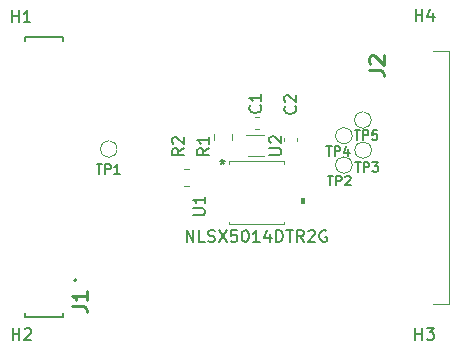
<source format=gbr>
%TF.GenerationSoftware,KiCad,Pcbnew,5.1.10-88a1d61d58~88~ubuntu18.04.1*%
%TF.CreationDate,2021-08-08T17:29:49+07:00*%
%TF.ProjectId,AETINA_ACCS3-STD-AN00-TEKNIQUE_OCLEA_OS08A20-ADAPTER,41455449-4e41-45f4-9143-4353332d5354,rev?*%
%TF.SameCoordinates,Original*%
%TF.FileFunction,Legend,Top*%
%TF.FilePolarity,Positive*%
%FSLAX46Y46*%
G04 Gerber Fmt 4.6, Leading zero omitted, Abs format (unit mm)*
G04 Created by KiCad (PCBNEW 5.1.10-88a1d61d58~88~ubuntu18.04.1) date 2021-08-08 17:29:49*
%MOMM*%
%LPD*%
G01*
G04 APERTURE LIST*
%ADD10C,0.120000*%
%ADD11C,0.100000*%
%ADD12C,0.200000*%
%ADD13C,0.127000*%
%ADD14C,0.150000*%
%ADD15C,0.254000*%
G04 APERTURE END LIST*
D10*
%TO.C,R2*%
X119204496Y-95757060D02*
X119658624Y-95757060D01*
X119204496Y-97227060D02*
X119658624Y-97227060D01*
D11*
%TO.C,J2*%
X140299700Y-107235000D02*
X141699700Y-107235000D01*
X141699700Y-107235000D02*
X141699700Y-85805000D01*
X141699700Y-85805000D02*
X140299700Y-85805000D01*
D12*
%TO.C,J1*%
X110138900Y-105207500D02*
G75*
G03*
X110138900Y-105207500I-100000J0D01*
G01*
D13*
X105723900Y-107953500D02*
X105723900Y-108303500D01*
X105723900Y-108303500D02*
X109023900Y-108303500D01*
X109023900Y-108303500D02*
X109023900Y-107953500D01*
X105723900Y-84953500D02*
X105723900Y-84603500D01*
X105723900Y-84603500D02*
X109023900Y-84603500D01*
X109023900Y-84603500D02*
X109023900Y-84953500D01*
D10*
%TO.C,TP5*%
X135071080Y-91638120D02*
G75*
G03*
X135071080Y-91638120I-700000J0D01*
G01*
%TO.C,TP4*%
X133465800Y-92964000D02*
G75*
G03*
X133465800Y-92964000I-700000J0D01*
G01*
%TO.C,TP3*%
X135091400Y-94188280D02*
G75*
G03*
X135091400Y-94188280I-700000J0D01*
G01*
%TO.C,TP2*%
X133465800Y-95453200D02*
G75*
G03*
X133465800Y-95453200I-700000J0D01*
G01*
%TO.C,TP1*%
X113562360Y-94091760D02*
G75*
G03*
X113562360Y-94091760I-700000J0D01*
G01*
D11*
%TO.C,U1*%
G36*
X129425700Y-98249499D02*
G01*
X129425700Y-98630499D01*
X129171700Y-98630499D01*
X129171700Y-98249499D01*
X129425700Y-98249499D01*
G37*
X129425700Y-98249499D02*
X129425700Y-98630499D01*
X129171700Y-98630499D01*
X129171700Y-98249499D01*
X129425700Y-98249499D01*
D10*
X127685800Y-95329461D02*
X127685800Y-95110300D01*
X123037600Y-100250539D02*
X123037600Y-100469700D01*
X123037600Y-95110300D02*
X123037600Y-95329459D01*
X127685800Y-95110300D02*
X123037600Y-95110300D01*
X127685800Y-100469700D02*
X127685800Y-100250541D01*
X123037600Y-100469700D02*
X127685800Y-100469700D01*
%TO.C,C2*%
X128754600Y-93428867D02*
X128754600Y-93136333D01*
X127734600Y-93428867D02*
X127734600Y-93136333D01*
%TO.C,C1*%
X125551147Y-91361800D02*
X125258613Y-91361800D01*
X125551147Y-92381800D02*
X125258613Y-92381800D01*
%TO.C,U2*%
X125986300Y-94714900D02*
X124686300Y-94714900D01*
X124436300Y-92914900D02*
X125986300Y-92914900D01*
%TO.C,R1*%
X121784440Y-92844376D02*
X121784440Y-93298504D01*
X123254440Y-92844376D02*
X123254440Y-93298504D01*
%TO.C,R2*%
D14*
X119227860Y-94034906D02*
X118751670Y-94368240D01*
X119227860Y-94606335D02*
X118227860Y-94606335D01*
X118227860Y-94225382D01*
X118275480Y-94130144D01*
X118323099Y-94082525D01*
X118418337Y-94034906D01*
X118561194Y-94034906D01*
X118656432Y-94082525D01*
X118704051Y-94130144D01*
X118751670Y-94225382D01*
X118751670Y-94606335D01*
X118323099Y-93653954D02*
X118275480Y-93606335D01*
X118227860Y-93511097D01*
X118227860Y-93273001D01*
X118275480Y-93177763D01*
X118323099Y-93130144D01*
X118418337Y-93082525D01*
X118513575Y-93082525D01*
X118656432Y-93130144D01*
X119227860Y-93701573D01*
X119227860Y-93082525D01*
%TO.C,J2*%
D15*
X134887183Y-87428493D02*
X135794326Y-87428493D01*
X135975755Y-87488969D01*
X136096707Y-87609921D01*
X136157183Y-87791350D01*
X136157183Y-87912302D01*
X135008136Y-86884207D02*
X134947660Y-86823731D01*
X134887183Y-86702779D01*
X134887183Y-86400398D01*
X134947660Y-86279445D01*
X135008136Y-86218969D01*
X135129088Y-86158493D01*
X135250040Y-86158493D01*
X135431469Y-86218969D01*
X136157183Y-86944683D01*
X136157183Y-86158493D01*
%TO.C,J1*%
X109758963Y-107408133D02*
X110666106Y-107408133D01*
X110847535Y-107468609D01*
X110968487Y-107589561D01*
X111028963Y-107770990D01*
X111028963Y-107891942D01*
X111028963Y-106138133D02*
X111028963Y-106863847D01*
X111028963Y-106500990D02*
X109758963Y-106500990D01*
X109940392Y-106621942D01*
X110061344Y-106742895D01*
X110121820Y-106863847D01*
%TO.C,TP5*%
D14*
X133666356Y-92520824D02*
X134123499Y-92520824D01*
X133894927Y-93320824D02*
X133894927Y-92520824D01*
X134390165Y-93320824D02*
X134390165Y-92520824D01*
X134694927Y-92520824D01*
X134771118Y-92558920D01*
X134809213Y-92597015D01*
X134847308Y-92673205D01*
X134847308Y-92787491D01*
X134809213Y-92863681D01*
X134771118Y-92901777D01*
X134694927Y-92939872D01*
X134390165Y-92939872D01*
X135571118Y-92520824D02*
X135190165Y-92520824D01*
X135152070Y-92901777D01*
X135190165Y-92863681D01*
X135266356Y-92825586D01*
X135456832Y-92825586D01*
X135533022Y-92863681D01*
X135571118Y-92901777D01*
X135609213Y-92977967D01*
X135609213Y-93168443D01*
X135571118Y-93244634D01*
X135533022Y-93282729D01*
X135456832Y-93320824D01*
X135266356Y-93320824D01*
X135190165Y-93282729D01*
X135152070Y-93244634D01*
%TO.C,TP4*%
X131283836Y-93861944D02*
X131740979Y-93861944D01*
X131512407Y-94661944D02*
X131512407Y-93861944D01*
X132007645Y-94661944D02*
X132007645Y-93861944D01*
X132312407Y-93861944D01*
X132388598Y-93900040D01*
X132426693Y-93938135D01*
X132464788Y-94014325D01*
X132464788Y-94128611D01*
X132426693Y-94204801D01*
X132388598Y-94242897D01*
X132312407Y-94280992D01*
X132007645Y-94280992D01*
X133150502Y-94128611D02*
X133150502Y-94661944D01*
X132960026Y-93823849D02*
X132769550Y-94395278D01*
X133264788Y-94395278D01*
%TO.C,TP3*%
X133724776Y-95223384D02*
X134181919Y-95223384D01*
X133953347Y-96023384D02*
X133953347Y-95223384D01*
X134448585Y-96023384D02*
X134448585Y-95223384D01*
X134753347Y-95223384D01*
X134829538Y-95261480D01*
X134867633Y-95299575D01*
X134905728Y-95375765D01*
X134905728Y-95490051D01*
X134867633Y-95566241D01*
X134829538Y-95604337D01*
X134753347Y-95642432D01*
X134448585Y-95642432D01*
X135172395Y-95223384D02*
X135667633Y-95223384D01*
X135400966Y-95528146D01*
X135515252Y-95528146D01*
X135591442Y-95566241D01*
X135629538Y-95604337D01*
X135667633Y-95680527D01*
X135667633Y-95871003D01*
X135629538Y-95947194D01*
X135591442Y-95985289D01*
X135515252Y-96023384D01*
X135286680Y-96023384D01*
X135210490Y-95985289D01*
X135172395Y-95947194D01*
%TO.C,TP2*%
X131400676Y-96346064D02*
X131857819Y-96346064D01*
X131629247Y-97146064D02*
X131629247Y-96346064D01*
X132124485Y-97146064D02*
X132124485Y-96346064D01*
X132429247Y-96346064D01*
X132505438Y-96384160D01*
X132543533Y-96422255D01*
X132581628Y-96498445D01*
X132581628Y-96612731D01*
X132543533Y-96688921D01*
X132505438Y-96727017D01*
X132429247Y-96765112D01*
X132124485Y-96765112D01*
X132886390Y-96422255D02*
X132924485Y-96384160D01*
X133000676Y-96346064D01*
X133191152Y-96346064D01*
X133267342Y-96384160D01*
X133305438Y-96422255D01*
X133343533Y-96498445D01*
X133343533Y-96574636D01*
X133305438Y-96688921D01*
X132848295Y-97146064D01*
X133343533Y-97146064D01*
%TO.C,TP1*%
X111837596Y-95401184D02*
X112294739Y-95401184D01*
X112066167Y-96201184D02*
X112066167Y-95401184D01*
X112561405Y-96201184D02*
X112561405Y-95401184D01*
X112866167Y-95401184D01*
X112942358Y-95439280D01*
X112980453Y-95477375D01*
X113018548Y-95553565D01*
X113018548Y-95667851D01*
X112980453Y-95744041D01*
X112942358Y-95782137D01*
X112866167Y-95820232D01*
X112561405Y-95820232D01*
X113780453Y-96201184D02*
X113323310Y-96201184D01*
X113551881Y-96201184D02*
X113551881Y-95401184D01*
X113475691Y-95515470D01*
X113399500Y-95591660D01*
X113323310Y-95629756D01*
%TO.C,U1*%
X119980460Y-99687284D02*
X120789984Y-99687284D01*
X120885222Y-99639665D01*
X120932841Y-99592046D01*
X120980460Y-99496808D01*
X120980460Y-99306332D01*
X120932841Y-99211094D01*
X120885222Y-99163475D01*
X120789984Y-99115856D01*
X119980460Y-99115856D01*
X120980460Y-98115856D02*
X120980460Y-98687284D01*
X120980460Y-98401570D02*
X119980460Y-98401570D01*
X120123318Y-98496808D01*
X120218556Y-98592046D01*
X120266175Y-98687284D01*
X119459478Y-101963480D02*
X119459478Y-100963480D01*
X120030906Y-101963480D01*
X120030906Y-100963480D01*
X120983287Y-101963480D02*
X120507097Y-101963480D01*
X120507097Y-100963480D01*
X121269001Y-101915861D02*
X121411859Y-101963480D01*
X121649954Y-101963480D01*
X121745192Y-101915861D01*
X121792811Y-101868242D01*
X121840430Y-101773004D01*
X121840430Y-101677766D01*
X121792811Y-101582528D01*
X121745192Y-101534909D01*
X121649954Y-101487290D01*
X121459478Y-101439671D01*
X121364240Y-101392052D01*
X121316620Y-101344433D01*
X121269001Y-101249195D01*
X121269001Y-101153957D01*
X121316620Y-101058719D01*
X121364240Y-101011100D01*
X121459478Y-100963480D01*
X121697573Y-100963480D01*
X121840430Y-101011100D01*
X122173763Y-100963480D02*
X122840430Y-101963480D01*
X122840430Y-100963480D02*
X122173763Y-101963480D01*
X123697573Y-100963480D02*
X123221382Y-100963480D01*
X123173763Y-101439671D01*
X123221382Y-101392052D01*
X123316620Y-101344433D01*
X123554716Y-101344433D01*
X123649954Y-101392052D01*
X123697573Y-101439671D01*
X123745192Y-101534909D01*
X123745192Y-101773004D01*
X123697573Y-101868242D01*
X123649954Y-101915861D01*
X123554716Y-101963480D01*
X123316620Y-101963480D01*
X123221382Y-101915861D01*
X123173763Y-101868242D01*
X124364240Y-100963480D02*
X124459478Y-100963480D01*
X124554716Y-101011100D01*
X124602335Y-101058719D01*
X124649954Y-101153957D01*
X124697573Y-101344433D01*
X124697573Y-101582528D01*
X124649954Y-101773004D01*
X124602335Y-101868242D01*
X124554716Y-101915861D01*
X124459478Y-101963480D01*
X124364240Y-101963480D01*
X124269001Y-101915861D01*
X124221382Y-101868242D01*
X124173763Y-101773004D01*
X124126144Y-101582528D01*
X124126144Y-101344433D01*
X124173763Y-101153957D01*
X124221382Y-101058719D01*
X124269001Y-101011100D01*
X124364240Y-100963480D01*
X125649954Y-101963480D02*
X125078525Y-101963480D01*
X125364240Y-101963480D02*
X125364240Y-100963480D01*
X125269001Y-101106338D01*
X125173763Y-101201576D01*
X125078525Y-101249195D01*
X126507097Y-101296814D02*
X126507097Y-101963480D01*
X126269001Y-100915861D02*
X126030906Y-101630147D01*
X126649954Y-101630147D01*
X127030906Y-101963480D02*
X127030906Y-100963480D01*
X127269001Y-100963480D01*
X127411859Y-101011100D01*
X127507097Y-101106338D01*
X127554716Y-101201576D01*
X127602335Y-101392052D01*
X127602335Y-101534909D01*
X127554716Y-101725385D01*
X127507097Y-101820623D01*
X127411859Y-101915861D01*
X127269001Y-101963480D01*
X127030906Y-101963480D01*
X127888049Y-100963480D02*
X128459478Y-100963480D01*
X128173763Y-101963480D02*
X128173763Y-100963480D01*
X129364240Y-101963480D02*
X129030906Y-101487290D01*
X128792811Y-101963480D02*
X128792811Y-100963480D01*
X129173763Y-100963480D01*
X129269001Y-101011100D01*
X129316620Y-101058719D01*
X129364240Y-101153957D01*
X129364240Y-101296814D01*
X129316620Y-101392052D01*
X129269001Y-101439671D01*
X129173763Y-101487290D01*
X128792811Y-101487290D01*
X129745192Y-101058719D02*
X129792811Y-101011100D01*
X129888049Y-100963480D01*
X130126144Y-100963480D01*
X130221382Y-101011100D01*
X130269001Y-101058719D01*
X130316620Y-101153957D01*
X130316620Y-101249195D01*
X130269001Y-101392052D01*
X129697573Y-101963480D01*
X130316620Y-101963480D01*
X131269001Y-101011100D02*
X131173763Y-100963480D01*
X131030906Y-100963480D01*
X130888049Y-101011100D01*
X130792811Y-101106338D01*
X130745192Y-101201576D01*
X130697573Y-101392052D01*
X130697573Y-101534909D01*
X130745192Y-101725385D01*
X130792811Y-101820623D01*
X130888049Y-101915861D01*
X131030906Y-101963480D01*
X131126144Y-101963480D01*
X131269001Y-101915861D01*
X131316620Y-101868242D01*
X131316620Y-101534909D01*
X131126144Y-101534909D01*
X122478800Y-94946220D02*
X122478800Y-95184316D01*
X122240704Y-95089078D02*
X122478800Y-95184316D01*
X122716895Y-95089078D01*
X122335942Y-95374792D02*
X122478800Y-95184316D01*
X122621657Y-95374792D01*
X122478800Y-94938600D02*
X122478800Y-95176696D01*
X122240704Y-95081458D02*
X122478800Y-95176696D01*
X122716895Y-95081458D01*
X122335942Y-95367172D02*
X122478800Y-95176696D01*
X122621657Y-95367172D01*
%TO.C,C2*%
X128622062Y-90481446D02*
X128669681Y-90529065D01*
X128717300Y-90671922D01*
X128717300Y-90767160D01*
X128669681Y-90910018D01*
X128574443Y-91005256D01*
X128479205Y-91052875D01*
X128288729Y-91100494D01*
X128145872Y-91100494D01*
X127955396Y-91052875D01*
X127860158Y-91005256D01*
X127764920Y-90910018D01*
X127717300Y-90767160D01*
X127717300Y-90671922D01*
X127764920Y-90529065D01*
X127812539Y-90481446D01*
X127812539Y-90100494D02*
X127764920Y-90052875D01*
X127717300Y-89957637D01*
X127717300Y-89719541D01*
X127764920Y-89624303D01*
X127812539Y-89576684D01*
X127907777Y-89529065D01*
X128003015Y-89529065D01*
X128145872Y-89576684D01*
X128717300Y-90148113D01*
X128717300Y-89529065D01*
%TO.C,C1*%
X125670582Y-90397626D02*
X125718201Y-90445245D01*
X125765820Y-90588102D01*
X125765820Y-90683340D01*
X125718201Y-90826198D01*
X125622963Y-90921436D01*
X125527725Y-90969055D01*
X125337249Y-91016674D01*
X125194392Y-91016674D01*
X125003916Y-90969055D01*
X124908678Y-90921436D01*
X124813440Y-90826198D01*
X124765820Y-90683340D01*
X124765820Y-90588102D01*
X124813440Y-90445245D01*
X124861059Y-90397626D01*
X125765820Y-89445245D02*
X125765820Y-90016674D01*
X125765820Y-89730960D02*
X124765820Y-89730960D01*
X124908678Y-89826198D01*
X125003916Y-89921436D01*
X125051535Y-90016674D01*
%TO.C,U2*%
X126465080Y-94576804D02*
X127274604Y-94576804D01*
X127369842Y-94529185D01*
X127417461Y-94481566D01*
X127465080Y-94386328D01*
X127465080Y-94195852D01*
X127417461Y-94100614D01*
X127369842Y-94052995D01*
X127274604Y-94005376D01*
X126465080Y-94005376D01*
X126560319Y-93576804D02*
X126512700Y-93529185D01*
X126465080Y-93433947D01*
X126465080Y-93195852D01*
X126512700Y-93100614D01*
X126560319Y-93052995D01*
X126655557Y-93005376D01*
X126750795Y-93005376D01*
X126893652Y-93052995D01*
X127465080Y-93624423D01*
X127465080Y-93005376D01*
%TO.C,R1*%
X121351300Y-94017126D02*
X120875110Y-94350460D01*
X121351300Y-94588555D02*
X120351300Y-94588555D01*
X120351300Y-94207602D01*
X120398920Y-94112364D01*
X120446539Y-94064745D01*
X120541777Y-94017126D01*
X120684634Y-94017126D01*
X120779872Y-94064745D01*
X120827491Y-94112364D01*
X120875110Y-94207602D01*
X120875110Y-94588555D01*
X121351300Y-93064745D02*
X121351300Y-93636174D01*
X121351300Y-93350460D02*
X120351300Y-93350460D01*
X120494158Y-93445698D01*
X120589396Y-93540936D01*
X120637015Y-93636174D01*
%TO.C,H4*%
X138833955Y-83266540D02*
X138833955Y-82266540D01*
X138833955Y-82742731D02*
X139405383Y-82742731D01*
X139405383Y-83266540D02*
X139405383Y-82266540D01*
X140310145Y-82599874D02*
X140310145Y-83266540D01*
X140072050Y-82218921D02*
X139833955Y-82933207D01*
X140453002Y-82933207D01*
%TO.C,H3*%
X138816175Y-110243880D02*
X138816175Y-109243880D01*
X138816175Y-109720071D02*
X139387603Y-109720071D01*
X139387603Y-110243880D02*
X139387603Y-109243880D01*
X139768556Y-109243880D02*
X140387603Y-109243880D01*
X140054270Y-109624833D01*
X140197127Y-109624833D01*
X140292365Y-109672452D01*
X140339984Y-109720071D01*
X140387603Y-109815309D01*
X140387603Y-110053404D01*
X140339984Y-110148642D01*
X140292365Y-110196261D01*
X140197127Y-110243880D01*
X139911413Y-110243880D01*
X139816175Y-110196261D01*
X139768556Y-110148642D01*
%TO.C,H2*%
X104726835Y-110243880D02*
X104726835Y-109243880D01*
X104726835Y-109720071D02*
X105298263Y-109720071D01*
X105298263Y-110243880D02*
X105298263Y-109243880D01*
X105726835Y-109339119D02*
X105774454Y-109291500D01*
X105869692Y-109243880D01*
X106107787Y-109243880D01*
X106203025Y-109291500D01*
X106250644Y-109339119D01*
X106298263Y-109434357D01*
X106298263Y-109529595D01*
X106250644Y-109672452D01*
X105679216Y-110243880D01*
X106298263Y-110243880D01*
%TO.C,H1*%
X104653175Y-83357980D02*
X104653175Y-82357980D01*
X104653175Y-82834171D02*
X105224603Y-82834171D01*
X105224603Y-83357980D02*
X105224603Y-82357980D01*
X106224603Y-83357980D02*
X105653175Y-83357980D01*
X105938889Y-83357980D02*
X105938889Y-82357980D01*
X105843651Y-82500838D01*
X105748413Y-82596076D01*
X105653175Y-82643695D01*
%TD*%
M02*

</source>
